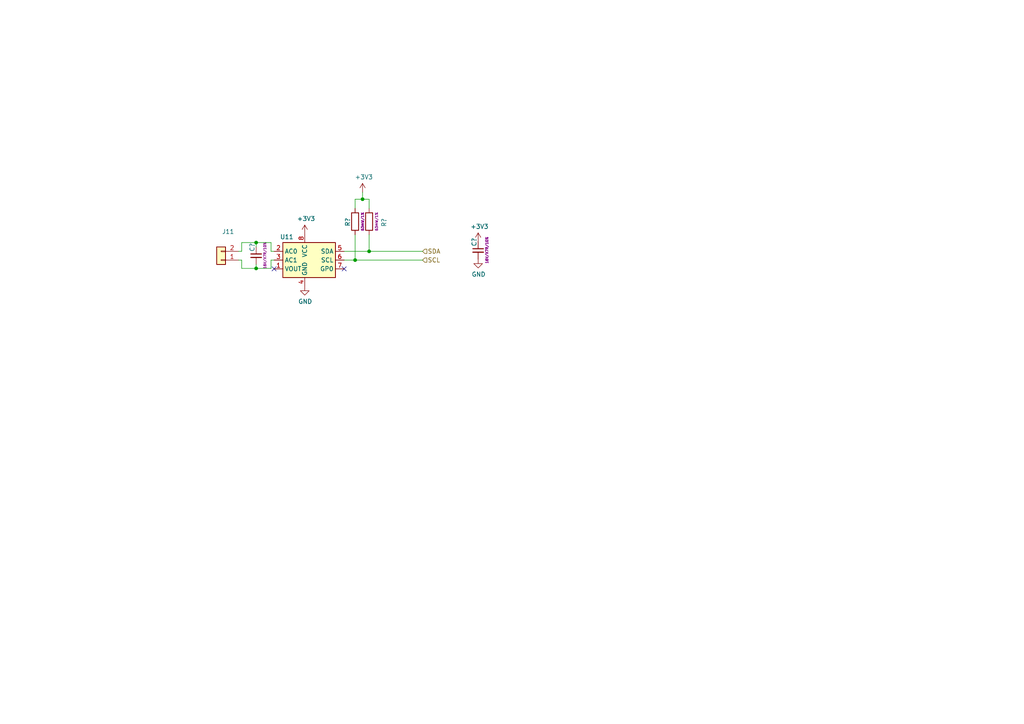
<source format=kicad_sch>
(kicad_sch (version 20211123) (generator eeschema)
  (paper "A4")
  (title_block (title "Buddy") (date "2019-10-24") (rev "v1.0.0") (company "PRUSA Research s.r.o.") (comment 1 "http://creativecommons.org/licenses/by-sa/4.0/") (comment 2 "Licensed under the Attribution-ShareAlike 4.0 International (CC BY-SA 4.0)"))
  (lib_symbols
    (symbol "BUDDY_v1.0.0-rescue:+3.3V-power" (power) (pin_names (offset 0))
      (property "Value" "+3.3V-power" (at 0 3.556 0))
      (symbol "+3.3V-power_0_1"
        (polyline (pts (xy -0.762 1.27) (xy 0 2.54)))
        (polyline (pts (xy 0 0) (xy 0 2.54)))
        (polyline (pts (xy 0 2.54) (xy 0.762 1.27)))
      )
      (symbol "+3.3V-power_1_1"
        (pin power_in line (at 0 0 90) (length 0) hide (name "+3V3") (number "1"))
      )
    )
    (symbol "BUDDY_v1.0.0-rescue:24LC00-Memory_EEPROM"
      (property "Reference" "U" (at -7.62 6.35 0))
      (property "Value" "24LC00-Memory_EEPROM" (at 2.54 -6.35 0))
      (symbol "24LC00-Memory_EEPROM_1_1"
        (rectangle (start -7.62 5.08) (end 7.62 -5.08) (stroke (width 0.254)) (fill (type background)))
        (pin input line (at -10.16 -2.54 0) (length 2.54) (name "VOUT") (number "1"))
        (pin input line (at -10.16 2.54 0) (length 2.54) (name "AC0") (number "2"))
        (pin input line (at -10.16 0 0) (length 2.54) (name "AC1") (number "3"))
        (pin power_in line (at -1.27 -7.62 90) (length 2.54) (name "GND") (number "4"))
        (pin bidirectional line (at 10.16 2.54 180) (length 2.54) (name "SDA") (number "5"))
        (pin input line (at 10.16 0 180) (length 2.54) (name "SCL") (number "6"))
        (pin input line (at 10.16 -2.54 180) (length 2.54) (name "GP0") (number "7"))
        (pin power_in line (at -1.27 7.62 270) (length 2.54) (name "VCC") (number "8"))
      )
    )
    (symbol "Connector_Generic:Conn_01x02" (pin_names (offset 1.016) hide)
      (property "Reference" "J" (at 0 2.54 0))
      (property "Value" "Conn_01x02" (at 0 -5.08 0))
      (symbol "Conn_01x02_1_1"
        (rectangle (start -1.27 -2.413) (end 0 -2.667) (stroke (width 0.1524)))
        (rectangle (start -1.27 0.127) (end 0 -0.127) (stroke (width 0.1524)))
        (rectangle (start -1.27 1.27) (end 1.27 -3.81) (stroke (width 0.254)) (fill (type background)))
        (pin passive line (at -5.08 0 0) (length 3.81) (name "Pin_1") (number "1"))
        (pin passive line (at -5.08 -2.54 0) (length 3.81) (name "Pin_2") (number "2"))
      )
    )
    (symbol "Device:C_Small" (pin_numbers hide) (pin_names (offset 0.254) hide)
      (property "Reference" "C" (at 0.254 1.778 0))
      (property "Value" "C_Small" (at 0.254 -2.032 0))
      (symbol "C_Small_0_1"
        (polyline (pts (xy -1.524 -0.508) (xy 1.524 -0.508)) (stroke (width 0.3302)))
        (polyline (pts (xy -1.524 0.508) (xy 1.524 0.508)) (stroke (width 0.3048)))
      )
      (symbol "C_Small_1_1"
        (pin passive line (at 0 2.54 270) (length 2.032) (name "~") (number "1"))
        (pin passive line (at 0 -2.54 90) (length 2.032) (name "~") (number "2"))
      )
    )
    (symbol "Device:R" (pin_numbers hide) (pin_names (offset 0))
      (property "Reference" "R" (at 2.032 0 90))
      (property "Value" "R" (at 0 0 90))
      (symbol "R_0_1"
        (rectangle (start -1.016 -2.54) (end 1.016 2.54) (stroke (width 0.254)))
      )
      (symbol "R_1_1"
        (pin passive line (at 0 3.81 270) (length 1.27) (name "~") (number "1"))
        (pin passive line (at 0 -3.81 90) (length 1.27) (name "~") (number "2"))
      )
    )
    (symbol "power:GND" (power) (pin_names (offset 0))
      (property "Value" "GND" (at 0 -3.81 0))
      (symbol "GND_0_1"
        (polyline (pts (xy 0 0) (xy 0 -1.27) (xy 1.27 -1.27) (xy 0 -2.54) (xy -1.27 -1.27) (xy 0 -1.27)))
      )
      (symbol "GND_1_1"
        (pin power_in line (at 0 0 270) (length 0) hide (name "GND") (number "1"))
      )
    )
  )
  (junction (at 107.061 72.898))
  (junction (at 74.295 77.851))
  (junction (at 105.156 57.785))
  (junction (at 102.997 75.438))
  (junction (at 74.295 70.358))
  (no_connect (at 79.502 77.978))
  (no_connect (at 99.822 77.978))
  (wire (pts (xy 78.613 75.438) (xy 78.613 77.851)))
  (wire (pts (xy 107.061 72.898) (xy 122.555 72.898)))
  (wire (pts (xy 78.613 72.898) (xy 78.613 70.358)))
  (wire (pts (xy 99.822 75.438) (xy 102.997 75.438)))
  (wire (pts (xy 69.215 75.438) (xy 70.104 75.438)))
  (wire (pts (xy 70.104 77.851) (xy 70.104 75.438)))
  (wire (pts (xy 74.295 76.708) (xy 74.295 77.851)))
  (wire (pts (xy 107.061 68.072) (xy 107.061 72.898)))
  (wire (pts (xy 105.156 57.785) (xy 107.061 57.785)))
  (wire (pts (xy 105.156 57.785) (xy 105.156 55.753)))
  (wire (pts (xy 69.215 72.898) (xy 70.104 72.898)))
  (wire (pts (xy 70.104 70.358) (xy 74.295 70.358)))
  (wire (pts (xy 78.613 70.358) (xy 74.295 70.358)))
  (wire (pts (xy 79.502 72.898) (xy 78.613 72.898)))
  (wire (pts (xy 78.613 77.851) (xy 74.295 77.851)))
  (wire (pts (xy 107.061 57.785) (xy 107.061 60.452)))
  (wire (pts (xy 102.997 57.785) (xy 105.156 57.785)))
  (wire (pts (xy 70.104 70.358) (xy 70.104 72.898)))
  (wire (pts (xy 79.502 75.438) (xy 78.613 75.438)))
  (wire (pts (xy 102.997 68.072) (xy 102.997 75.438)))
  (wire (pts (xy 102.997 60.452) (xy 102.997 57.785)))
  (wire (pts (xy 70.104 77.851) (xy 74.295 77.851)))
  (wire (pts (xy 99.822 72.898) (xy 107.061 72.898)))
  (wire (pts (xy 74.295 71.628) (xy 74.295 70.358)))
  (wire (pts (xy 102.997 75.438) (xy 122.555 75.438)))
  (hierarchical_label "SDA" (shape input) (at 122.555 72.898 0))
  (hierarchical_label "SCL" (shape input) (at 122.555 75.438 0))
  (symbol (lib_id "Device:R") (at 102.997 64.262 180) (unit 1)
    (property "Reference" "R?" (at 100.838 63.119 90) (effects (justify left)))
    (property "req" "63mW/1%" (at 105.156 64.262 90) (effects (font (size 0.7112 0.7112))))
  )
  (symbol (lib_id "Device:R") (at 107.061 64.262 180) (unit 1)
    (property "Reference" "R?" (at 111.379 63.246 90) (effects (justify left)))
    (property "req" "63mW/1%" (at 109.22 64.262 90) (effects (font (size 0.7112 0.7112))))
  )
  (symbol (lib_id "BUDDY_v1.0.0-rescue:+3.3V-power") (at 105.156 55.753 0) (unit 1)
    (property "Reference" "#PWR045" (effects hide))
  )
  (symbol (lib_id "BUDDY_v1.0.0-rescue:24LC00-Memory_EEPROM") (at 89.662 75.438 0) (unit 1)
    (property "Reference" "U11" (at 83.185 68.707 0))
  )
  (symbol (lib_id "power:GND") (at 88.392 83.058 0) (unit 1)
    (property "Reference" "#PWR0187" (effects hide))
  )
  (symbol (lib_id "BUDDY_v1.0.0-rescue:+3.3V-power") (at 88.392 67.818 0) (unit 1)
    (property "Reference" "#PWR0188" (effects hide))
  )
  (symbol (lib_id "BUDDY_v1.0.0-rescue:+3.3V-power") (at 138.684 70.104 0) (unit 1)
    (property "Reference" "#PWR0189" (effects hide))
  )
  (symbol (lib_id "power:GND") (at 138.684 75.184 0) (unit 1)
    (property "Reference" "#PWR0190" (effects hide))
  )
  (symbol (lib_id "Connector_Generic:Conn_01x02") (at 64.135 75.438 180) (unit 1)
    (property "Reference" "J11" (at 66.167 67.183 0))
  )
  (symbol (lib_id "Device:C_Small") (at 74.295 74.168 0) (unit 1)
    (property "Reference" "C?" (at 73.152 73.025 90) (effects (justify left)))
    (property "req" "16V/X7R/10%" (at 76.835 77.978 90) (effects (font (size 0.7112 0.7112)) (justify left)))
  )
  (symbol (lib_id "Device:C_Small") (at 138.684 72.644 0) (unit 1)
    (property "Reference" "C?" (at 137.541 71.501 90) (effects (justify left)))
    (property "req" "16V/X7R/10%" (at 141.224 76.454 90) (effects (font (size 0.7112 0.7112)) (justify left)))
  )
)
</source>
